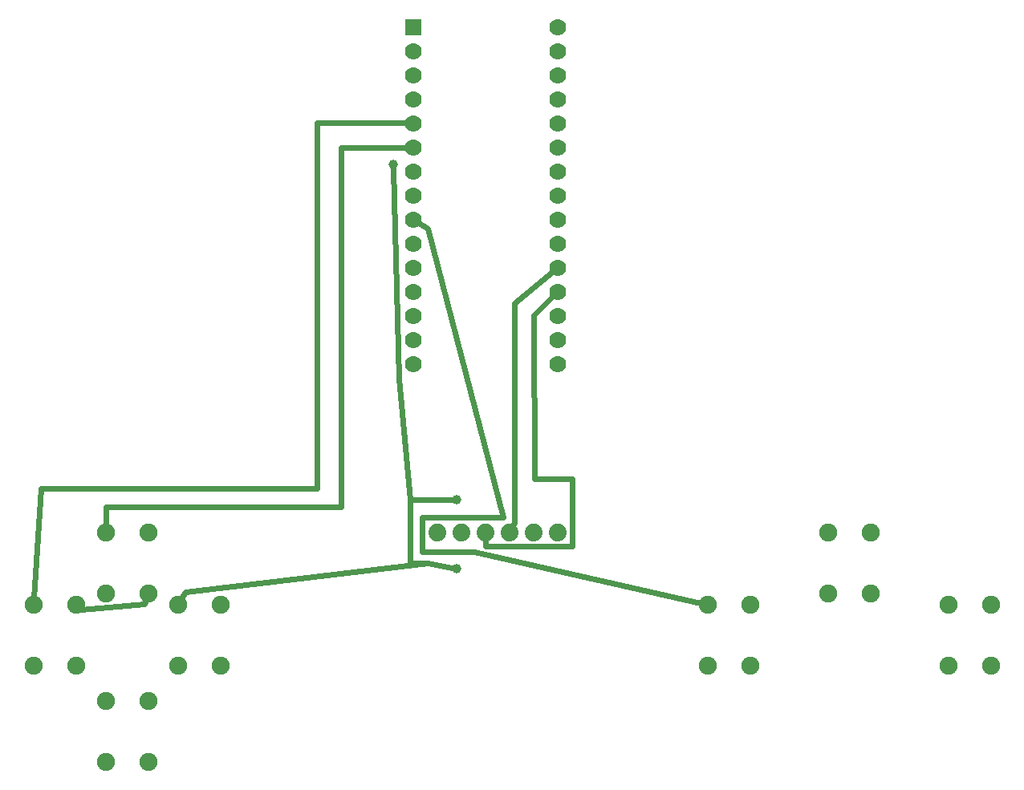
<source format=gbl>
G04 MADE WITH FRITZING*
G04 WWW.FRITZING.ORG*
G04 DOUBLE SIDED*
G04 HOLES PLATED*
G04 CONTOUR ON CENTER OF CONTOUR VECTOR*
%ASAXBY*%
%FSLAX23Y23*%
%MOIN*%
%OFA0B0*%
%SFA1.0B1.0*%
%ADD10C,0.075000*%
%ADD11C,0.074000*%
%ADD12C,0.070000*%
%ADD13C,0.039370*%
%ADD14R,0.069972X0.070000*%
%ADD15C,0.024000*%
%LNCOPPER0*%
G90*
G70*
G54D10*
X1029Y665D03*
X1029Y920D03*
X1206Y665D03*
X1206Y920D03*
X729Y965D03*
X729Y1220D03*
X906Y965D03*
X906Y1220D03*
X729Y265D03*
X729Y520D03*
X906Y265D03*
X906Y520D03*
X3729Y965D03*
X3729Y1220D03*
X3906Y965D03*
X3906Y1220D03*
X3229Y665D03*
X3229Y920D03*
X3406Y665D03*
X3406Y920D03*
X429Y665D03*
X429Y920D03*
X606Y665D03*
X606Y920D03*
X4229Y665D03*
X4229Y920D03*
X4406Y665D03*
X4406Y920D03*
G54D11*
X2606Y1220D03*
X2506Y1220D03*
X2406Y1220D03*
X2306Y1220D03*
X2206Y1220D03*
X2106Y1220D03*
G54D12*
X2006Y3320D03*
X2006Y3220D03*
X2006Y3120D03*
X2006Y3020D03*
X2006Y2920D03*
X2006Y2820D03*
X2006Y2720D03*
X2006Y2620D03*
X2006Y2520D03*
X2006Y2420D03*
X2006Y2320D03*
X2006Y2220D03*
X2006Y2120D03*
X2006Y2020D03*
X2006Y1920D03*
X2606Y3320D03*
X2606Y3220D03*
X2606Y3120D03*
X2606Y3020D03*
X2606Y2920D03*
X2606Y2820D03*
X2606Y2720D03*
X2606Y2620D03*
X2606Y2520D03*
X2606Y2420D03*
X2606Y2320D03*
X2606Y2220D03*
X2606Y2120D03*
X2606Y2020D03*
X2606Y1920D03*
G54D13*
X2187Y1356D03*
X2187Y1068D03*
X1923Y2748D03*
G54D14*
X2006Y3320D03*
G54D15*
X2585Y2200D02*
X2506Y2121D01*
D02*
X2506Y2121D02*
X2510Y1441D01*
D02*
X2667Y1441D02*
X2667Y1284D01*
D02*
X2510Y1441D02*
X2667Y1441D01*
D02*
X2667Y1284D02*
X2667Y1164D01*
D02*
X2667Y1164D02*
X2307Y1164D01*
D02*
X2307Y1164D02*
X2306Y1189D01*
D02*
X1706Y1325D02*
X729Y1325D01*
D02*
X729Y1325D02*
X729Y1249D01*
D02*
X1977Y2820D02*
X1706Y2819D01*
D02*
X1706Y2819D02*
X1706Y1325D01*
D02*
X1977Y2921D02*
X1607Y2921D01*
D02*
X1607Y2921D02*
X1607Y1404D01*
D02*
X1607Y1404D02*
X459Y1404D01*
D02*
X459Y1404D02*
X430Y949D01*
D02*
X2583Y2302D02*
X2427Y2172D01*
D02*
X2427Y2172D02*
X2427Y1260D01*
D02*
X2427Y1260D02*
X2421Y1248D01*
D02*
X3201Y927D02*
X2259Y1140D01*
D02*
X2259Y1140D02*
X2043Y1140D01*
D02*
X2043Y1140D02*
X2043Y1284D01*
D02*
X2043Y1284D02*
X2379Y1284D01*
D02*
X2379Y1284D02*
X2067Y2484D01*
D02*
X2067Y2484D02*
X2031Y2505D01*
D02*
X626Y900D02*
X627Y900D01*
D02*
X627Y900D02*
X891Y924D01*
D02*
X891Y924D02*
X896Y938D01*
D02*
X2168Y1356D02*
X1995Y1356D01*
D02*
X1995Y1356D02*
X1995Y1092D01*
D02*
X1995Y1092D02*
X2067Y1092D01*
D02*
X2067Y1092D02*
X1059Y972D01*
D02*
X1059Y972D02*
X1043Y945D01*
D02*
X2168Y1071D02*
X2067Y1092D01*
D02*
X1923Y2729D02*
X1947Y1860D01*
D02*
X1947Y1860D02*
X1995Y1356D01*
G04 End of Copper0*
M02*
</source>
